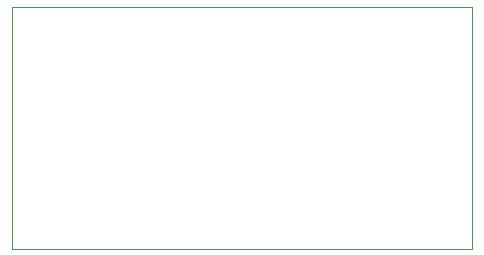
<source format=gbr>
%TF.GenerationSoftware,KiCad,Pcbnew,8.0.2*%
%TF.CreationDate,2025-01-10T12:21:58+08:00*%
%TF.ProjectId,LED_driver,4c45445f-6472-4697-9665-722e6b696361,rev?*%
%TF.SameCoordinates,Original*%
%TF.FileFunction,Profile,NP*%
%FSLAX46Y46*%
G04 Gerber Fmt 4.6, Leading zero omitted, Abs format (unit mm)*
G04 Created by KiCad (PCBNEW 8.0.2) date 2025-01-10 12:21:58*
%MOMM*%
%LPD*%
G01*
G04 APERTURE LIST*
%TA.AperFunction,Profile*%
%ADD10C,0.050000*%
%TD*%
G04 APERTURE END LIST*
D10*
X100000000Y-65000000D02*
X139000000Y-65000000D01*
X139000000Y-85500000D01*
X100000000Y-85500000D01*
X100000000Y-65000000D01*
M02*

</source>
